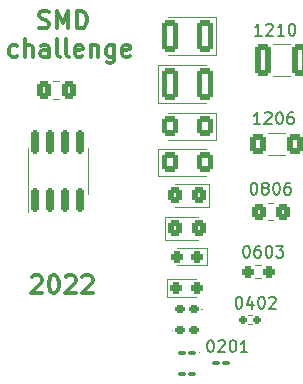
<source format=gto>
G04 #@! TF.GenerationSoftware,KiCad,Pcbnew,(6.0.6)*
G04 #@! TF.CreationDate,2022-07-27T20:36:10+02:00*
G04 #@! TF.ProjectId,smd-challenge,736d642d-6368-4616-9c6c-656e67652e6b,rev?*
G04 #@! TF.SameCoordinates,Original*
G04 #@! TF.FileFunction,Legend,Top*
G04 #@! TF.FilePolarity,Positive*
%FSLAX46Y46*%
G04 Gerber Fmt 4.6, Leading zero omitted, Abs format (unit mm)*
G04 Created by KiCad (PCBNEW (6.0.6)) date 2022-07-27 20:36:10*
%MOMM*%
%LPD*%
G01*
G04 APERTURE LIST*
G04 Aperture macros list*
%AMRoundRect*
0 Rectangle with rounded corners*
0 $1 Rounding radius*
0 $2 $3 $4 $5 $6 $7 $8 $9 X,Y pos of 4 corners*
0 Add a 4 corners polygon primitive as box body*
4,1,4,$2,$3,$4,$5,$6,$7,$8,$9,$2,$3,0*
0 Add four circle primitives for the rounded corners*
1,1,$1+$1,$2,$3*
1,1,$1+$1,$4,$5*
1,1,$1+$1,$6,$7*
1,1,$1+$1,$8,$9*
0 Add four rect primitives between the rounded corners*
20,1,$1+$1,$2,$3,$4,$5,0*
20,1,$1+$1,$4,$5,$6,$7,0*
20,1,$1+$1,$6,$7,$8,$9,0*
20,1,$1+$1,$8,$9,$2,$3,0*%
G04 Aperture macros list end*
%ADD10C,0.300000*%
%ADD11C,0.150000*%
%ADD12C,0.120000*%
%ADD13C,0.100000*%
%ADD14RoundRect,0.250000X-0.350000X-0.450000X0.350000X-0.450000X0.350000X0.450000X-0.350000X0.450000X0*%
%ADD15RoundRect,0.250000X-0.400000X-1.075000X0.400000X-1.075000X0.400000X1.075000X-0.400000X1.075000X0*%
%ADD16RoundRect,0.250001X-0.462499X-1.074999X0.462499X-1.074999X0.462499X1.074999X-0.462499X1.074999X0*%
%ADD17RoundRect,0.250001X0.462499X1.074999X-0.462499X1.074999X-0.462499X-1.074999X0.462499X-1.074999X0*%
%ADD18RoundRect,0.100000X0.217500X0.100000X-0.217500X0.100000X-0.217500X-0.100000X0.217500X-0.100000X0*%
%ADD19RoundRect,0.237500X-0.287500X-0.237500X0.287500X-0.237500X0.287500X0.237500X-0.287500X0.237500X0*%
%ADD20RoundRect,0.150000X0.150000X-0.825000X0.150000X0.825000X-0.150000X0.825000X-0.150000X-0.825000X0*%
%ADD21RoundRect,0.160000X0.222500X0.160000X-0.222500X0.160000X-0.222500X-0.160000X0.222500X-0.160000X0*%
%ADD22RoundRect,0.250000X-0.325000X-0.450000X0.325000X-0.450000X0.325000X0.450000X-0.325000X0.450000X0*%
%ADD23RoundRect,0.250000X-0.337500X-0.475000X0.337500X-0.475000X0.337500X0.475000X-0.337500X0.475000X0*%
%ADD24RoundRect,0.100000X-0.217500X-0.100000X0.217500X-0.100000X0.217500X0.100000X-0.217500X0.100000X0*%
%ADD25C,3.200000*%
%ADD26RoundRect,0.250001X-0.462499X-0.624999X0.462499X-0.624999X0.462499X0.624999X-0.462499X0.624999X0*%
%ADD27RoundRect,0.250000X0.325000X0.450000X-0.325000X0.450000X-0.325000X-0.450000X0.325000X-0.450000X0*%
%ADD28RoundRect,0.250001X0.462499X0.624999X-0.462499X0.624999X-0.462499X-0.624999X0.462499X-0.624999X0*%
%ADD29RoundRect,0.237500X0.287500X0.237500X-0.287500X0.237500X-0.287500X-0.237500X0.287500X-0.237500X0*%
%ADD30RoundRect,0.160000X-0.197500X-0.160000X0.197500X-0.160000X0.197500X0.160000X-0.197500X0.160000X0*%
%ADD31RoundRect,0.160000X-0.222500X-0.160000X0.222500X-0.160000X0.222500X0.160000X-0.222500X0.160000X0*%
%ADD32RoundRect,0.250000X-0.400000X-0.625000X0.400000X-0.625000X0.400000X0.625000X-0.400000X0.625000X0*%
%ADD33RoundRect,0.237500X-0.250000X-0.237500X0.250000X-0.237500X0.250000X0.237500X-0.250000X0.237500X0*%
G04 APERTURE END LIST*
D10*
X110966571Y-128861428D02*
X111038000Y-128790000D01*
X111180857Y-128718571D01*
X111538000Y-128718571D01*
X111680857Y-128790000D01*
X111752285Y-128861428D01*
X111823714Y-129004285D01*
X111823714Y-129147142D01*
X111752285Y-129361428D01*
X110895142Y-130218571D01*
X111823714Y-130218571D01*
X112752285Y-128718571D02*
X112895142Y-128718571D01*
X113038000Y-128790000D01*
X113109428Y-128861428D01*
X113180857Y-129004285D01*
X113252285Y-129290000D01*
X113252285Y-129647142D01*
X113180857Y-129932857D01*
X113109428Y-130075714D01*
X113038000Y-130147142D01*
X112895142Y-130218571D01*
X112752285Y-130218571D01*
X112609428Y-130147142D01*
X112538000Y-130075714D01*
X112466571Y-129932857D01*
X112395142Y-129647142D01*
X112395142Y-129290000D01*
X112466571Y-129004285D01*
X112538000Y-128861428D01*
X112609428Y-128790000D01*
X112752285Y-128718571D01*
X113823714Y-128861428D02*
X113895142Y-128790000D01*
X114038000Y-128718571D01*
X114395142Y-128718571D01*
X114538000Y-128790000D01*
X114609428Y-128861428D01*
X114680857Y-129004285D01*
X114680857Y-129147142D01*
X114609428Y-129361428D01*
X113752285Y-130218571D01*
X114680857Y-130218571D01*
X115252285Y-128861428D02*
X115323714Y-128790000D01*
X115466571Y-128718571D01*
X115823714Y-128718571D01*
X115966571Y-128790000D01*
X116038000Y-128861428D01*
X116109428Y-129004285D01*
X116109428Y-129147142D01*
X116038000Y-129361428D01*
X115180857Y-130218571D01*
X116109428Y-130218571D01*
X111565857Y-107730642D02*
X111780142Y-107802071D01*
X112137285Y-107802071D01*
X112280142Y-107730642D01*
X112351571Y-107659214D01*
X112423000Y-107516357D01*
X112423000Y-107373500D01*
X112351571Y-107230642D01*
X112280142Y-107159214D01*
X112137285Y-107087785D01*
X111851571Y-107016357D01*
X111708714Y-106944928D01*
X111637285Y-106873500D01*
X111565857Y-106730642D01*
X111565857Y-106587785D01*
X111637285Y-106444928D01*
X111708714Y-106373500D01*
X111851571Y-106302071D01*
X112208714Y-106302071D01*
X112423000Y-106373500D01*
X113065857Y-107802071D02*
X113065857Y-106302071D01*
X113565857Y-107373500D01*
X114065857Y-106302071D01*
X114065857Y-107802071D01*
X114780142Y-107802071D02*
X114780142Y-106302071D01*
X115137285Y-106302071D01*
X115351571Y-106373500D01*
X115494428Y-106516357D01*
X115565857Y-106659214D01*
X115637285Y-106944928D01*
X115637285Y-107159214D01*
X115565857Y-107444928D01*
X115494428Y-107587785D01*
X115351571Y-107730642D01*
X115137285Y-107802071D01*
X114780142Y-107802071D01*
X109744428Y-110145642D02*
X109601571Y-110217071D01*
X109315857Y-110217071D01*
X109173000Y-110145642D01*
X109101571Y-110074214D01*
X109030142Y-109931357D01*
X109030142Y-109502785D01*
X109101571Y-109359928D01*
X109173000Y-109288500D01*
X109315857Y-109217071D01*
X109601571Y-109217071D01*
X109744428Y-109288500D01*
X110387285Y-110217071D02*
X110387285Y-108717071D01*
X111030142Y-110217071D02*
X111030142Y-109431357D01*
X110958714Y-109288500D01*
X110815857Y-109217071D01*
X110601571Y-109217071D01*
X110458714Y-109288500D01*
X110387285Y-109359928D01*
X112387285Y-110217071D02*
X112387285Y-109431357D01*
X112315857Y-109288500D01*
X112173000Y-109217071D01*
X111887285Y-109217071D01*
X111744428Y-109288500D01*
X112387285Y-110145642D02*
X112244428Y-110217071D01*
X111887285Y-110217071D01*
X111744428Y-110145642D01*
X111673000Y-110002785D01*
X111673000Y-109859928D01*
X111744428Y-109717071D01*
X111887285Y-109645642D01*
X112244428Y-109645642D01*
X112387285Y-109574214D01*
X113315857Y-110217071D02*
X113173000Y-110145642D01*
X113101571Y-110002785D01*
X113101571Y-108717071D01*
X114101571Y-110217071D02*
X113958714Y-110145642D01*
X113887285Y-110002785D01*
X113887285Y-108717071D01*
X115244428Y-110145642D02*
X115101571Y-110217071D01*
X114815857Y-110217071D01*
X114673000Y-110145642D01*
X114601571Y-110002785D01*
X114601571Y-109431357D01*
X114673000Y-109288500D01*
X114815857Y-109217071D01*
X115101571Y-109217071D01*
X115244428Y-109288500D01*
X115315857Y-109431357D01*
X115315857Y-109574214D01*
X114601571Y-109717071D01*
X115958714Y-109217071D02*
X115958714Y-110217071D01*
X115958714Y-109359928D02*
X116030142Y-109288500D01*
X116173000Y-109217071D01*
X116387285Y-109217071D01*
X116530142Y-109288500D01*
X116601571Y-109431357D01*
X116601571Y-110217071D01*
X117958714Y-109217071D02*
X117958714Y-110431357D01*
X117887285Y-110574214D01*
X117815857Y-110645642D01*
X117673000Y-110717071D01*
X117458714Y-110717071D01*
X117315857Y-110645642D01*
X117958714Y-110145642D02*
X117815857Y-110217071D01*
X117530142Y-110217071D01*
X117387285Y-110145642D01*
X117315857Y-110074214D01*
X117244428Y-109931357D01*
X117244428Y-109502785D01*
X117315857Y-109359928D01*
X117387285Y-109288500D01*
X117530142Y-109217071D01*
X117815857Y-109217071D01*
X117958714Y-109288500D01*
X119244428Y-110145642D02*
X119101571Y-110217071D01*
X118815857Y-110217071D01*
X118673000Y-110145642D01*
X118601571Y-110002785D01*
X118601571Y-109431357D01*
X118673000Y-109288500D01*
X118815857Y-109217071D01*
X119101571Y-109217071D01*
X119244428Y-109288500D01*
X119315857Y-109431357D01*
X119315857Y-109574214D01*
X118601571Y-109717071D01*
D11*
X126031809Y-134199380D02*
X126127047Y-134199380D01*
X126222285Y-134247000D01*
X126269904Y-134294619D01*
X126317523Y-134389857D01*
X126365142Y-134580333D01*
X126365142Y-134818428D01*
X126317523Y-135008904D01*
X126269904Y-135104142D01*
X126222285Y-135151761D01*
X126127047Y-135199380D01*
X126031809Y-135199380D01*
X125936571Y-135151761D01*
X125888952Y-135104142D01*
X125841333Y-135008904D01*
X125793714Y-134818428D01*
X125793714Y-134580333D01*
X125841333Y-134389857D01*
X125888952Y-134294619D01*
X125936571Y-134247000D01*
X126031809Y-134199380D01*
X126746095Y-134294619D02*
X126793714Y-134247000D01*
X126888952Y-134199380D01*
X127127047Y-134199380D01*
X127222285Y-134247000D01*
X127269904Y-134294619D01*
X127317523Y-134389857D01*
X127317523Y-134485095D01*
X127269904Y-134627952D01*
X126698476Y-135199380D01*
X127317523Y-135199380D01*
X127936571Y-134199380D02*
X128031809Y-134199380D01*
X128127047Y-134247000D01*
X128174666Y-134294619D01*
X128222285Y-134389857D01*
X128269904Y-134580333D01*
X128269904Y-134818428D01*
X128222285Y-135008904D01*
X128174666Y-135104142D01*
X128127047Y-135151761D01*
X128031809Y-135199380D01*
X127936571Y-135199380D01*
X127841333Y-135151761D01*
X127793714Y-135104142D01*
X127746095Y-135008904D01*
X127698476Y-134818428D01*
X127698476Y-134580333D01*
X127746095Y-134389857D01*
X127793714Y-134294619D01*
X127841333Y-134247000D01*
X127936571Y-134199380D01*
X129222285Y-135199380D02*
X128650857Y-135199380D01*
X128936571Y-135199380D02*
X128936571Y-134199380D01*
X128841333Y-134342238D01*
X128746095Y-134437476D01*
X128650857Y-134485095D01*
X128444809Y-130516380D02*
X128540047Y-130516380D01*
X128635285Y-130564000D01*
X128682904Y-130611619D01*
X128730523Y-130706857D01*
X128778142Y-130897333D01*
X128778142Y-131135428D01*
X128730523Y-131325904D01*
X128682904Y-131421142D01*
X128635285Y-131468761D01*
X128540047Y-131516380D01*
X128444809Y-131516380D01*
X128349571Y-131468761D01*
X128301952Y-131421142D01*
X128254333Y-131325904D01*
X128206714Y-131135428D01*
X128206714Y-130897333D01*
X128254333Y-130706857D01*
X128301952Y-130611619D01*
X128349571Y-130564000D01*
X128444809Y-130516380D01*
X129635285Y-130849714D02*
X129635285Y-131516380D01*
X129397190Y-130468761D02*
X129159095Y-131183047D01*
X129778142Y-131183047D01*
X130349571Y-130516380D02*
X130444809Y-130516380D01*
X130540047Y-130564000D01*
X130587666Y-130611619D01*
X130635285Y-130706857D01*
X130682904Y-130897333D01*
X130682904Y-131135428D01*
X130635285Y-131325904D01*
X130587666Y-131421142D01*
X130540047Y-131468761D01*
X130444809Y-131516380D01*
X130349571Y-131516380D01*
X130254333Y-131468761D01*
X130206714Y-131421142D01*
X130159095Y-131325904D01*
X130111476Y-131135428D01*
X130111476Y-130897333D01*
X130159095Y-130706857D01*
X130206714Y-130611619D01*
X130254333Y-130564000D01*
X130349571Y-130516380D01*
X131063857Y-130611619D02*
X131111476Y-130564000D01*
X131206714Y-130516380D01*
X131444809Y-130516380D01*
X131540047Y-130564000D01*
X131587666Y-130611619D01*
X131635285Y-130706857D01*
X131635285Y-130802095D01*
X131587666Y-130944952D01*
X131016238Y-131516380D01*
X131635285Y-131516380D01*
X129079809Y-126198380D02*
X129175047Y-126198380D01*
X129270285Y-126246000D01*
X129317904Y-126293619D01*
X129365523Y-126388857D01*
X129413142Y-126579333D01*
X129413142Y-126817428D01*
X129365523Y-127007904D01*
X129317904Y-127103142D01*
X129270285Y-127150761D01*
X129175047Y-127198380D01*
X129079809Y-127198380D01*
X128984571Y-127150761D01*
X128936952Y-127103142D01*
X128889333Y-127007904D01*
X128841714Y-126817428D01*
X128841714Y-126579333D01*
X128889333Y-126388857D01*
X128936952Y-126293619D01*
X128984571Y-126246000D01*
X129079809Y-126198380D01*
X130270285Y-126198380D02*
X130079809Y-126198380D01*
X129984571Y-126246000D01*
X129936952Y-126293619D01*
X129841714Y-126436476D01*
X129794095Y-126626952D01*
X129794095Y-127007904D01*
X129841714Y-127103142D01*
X129889333Y-127150761D01*
X129984571Y-127198380D01*
X130175047Y-127198380D01*
X130270285Y-127150761D01*
X130317904Y-127103142D01*
X130365523Y-127007904D01*
X130365523Y-126769809D01*
X130317904Y-126674571D01*
X130270285Y-126626952D01*
X130175047Y-126579333D01*
X129984571Y-126579333D01*
X129889333Y-126626952D01*
X129841714Y-126674571D01*
X129794095Y-126769809D01*
X130984571Y-126198380D02*
X131079809Y-126198380D01*
X131175047Y-126246000D01*
X131222666Y-126293619D01*
X131270285Y-126388857D01*
X131317904Y-126579333D01*
X131317904Y-126817428D01*
X131270285Y-127007904D01*
X131222666Y-127103142D01*
X131175047Y-127150761D01*
X131079809Y-127198380D01*
X130984571Y-127198380D01*
X130889333Y-127150761D01*
X130841714Y-127103142D01*
X130794095Y-127007904D01*
X130746476Y-126817428D01*
X130746476Y-126579333D01*
X130794095Y-126388857D01*
X130841714Y-126293619D01*
X130889333Y-126246000D01*
X130984571Y-126198380D01*
X131651238Y-126198380D02*
X132270285Y-126198380D01*
X131936952Y-126579333D01*
X132079809Y-126579333D01*
X132175047Y-126626952D01*
X132222666Y-126674571D01*
X132270285Y-126769809D01*
X132270285Y-127007904D01*
X132222666Y-127103142D01*
X132175047Y-127150761D01*
X132079809Y-127198380D01*
X131794095Y-127198380D01*
X131698857Y-127150761D01*
X131651238Y-127103142D01*
X129714809Y-120864380D02*
X129810047Y-120864380D01*
X129905285Y-120912000D01*
X129952904Y-120959619D01*
X130000523Y-121054857D01*
X130048142Y-121245333D01*
X130048142Y-121483428D01*
X130000523Y-121673904D01*
X129952904Y-121769142D01*
X129905285Y-121816761D01*
X129810047Y-121864380D01*
X129714809Y-121864380D01*
X129619571Y-121816761D01*
X129571952Y-121769142D01*
X129524333Y-121673904D01*
X129476714Y-121483428D01*
X129476714Y-121245333D01*
X129524333Y-121054857D01*
X129571952Y-120959619D01*
X129619571Y-120912000D01*
X129714809Y-120864380D01*
X130619571Y-121292952D02*
X130524333Y-121245333D01*
X130476714Y-121197714D01*
X130429095Y-121102476D01*
X130429095Y-121054857D01*
X130476714Y-120959619D01*
X130524333Y-120912000D01*
X130619571Y-120864380D01*
X130810047Y-120864380D01*
X130905285Y-120912000D01*
X130952904Y-120959619D01*
X131000523Y-121054857D01*
X131000523Y-121102476D01*
X130952904Y-121197714D01*
X130905285Y-121245333D01*
X130810047Y-121292952D01*
X130619571Y-121292952D01*
X130524333Y-121340571D01*
X130476714Y-121388190D01*
X130429095Y-121483428D01*
X130429095Y-121673904D01*
X130476714Y-121769142D01*
X130524333Y-121816761D01*
X130619571Y-121864380D01*
X130810047Y-121864380D01*
X130905285Y-121816761D01*
X130952904Y-121769142D01*
X131000523Y-121673904D01*
X131000523Y-121483428D01*
X130952904Y-121388190D01*
X130905285Y-121340571D01*
X130810047Y-121292952D01*
X131619571Y-120864380D02*
X131714809Y-120864380D01*
X131810047Y-120912000D01*
X131857666Y-120959619D01*
X131905285Y-121054857D01*
X131952904Y-121245333D01*
X131952904Y-121483428D01*
X131905285Y-121673904D01*
X131857666Y-121769142D01*
X131810047Y-121816761D01*
X131714809Y-121864380D01*
X131619571Y-121864380D01*
X131524333Y-121816761D01*
X131476714Y-121769142D01*
X131429095Y-121673904D01*
X131381476Y-121483428D01*
X131381476Y-121245333D01*
X131429095Y-121054857D01*
X131476714Y-120959619D01*
X131524333Y-120912000D01*
X131619571Y-120864380D01*
X132810047Y-120864380D02*
X132619571Y-120864380D01*
X132524333Y-120912000D01*
X132476714Y-120959619D01*
X132381476Y-121102476D01*
X132333857Y-121292952D01*
X132333857Y-121673904D01*
X132381476Y-121769142D01*
X132429095Y-121816761D01*
X132524333Y-121864380D01*
X132714809Y-121864380D01*
X132810047Y-121816761D01*
X132857666Y-121769142D01*
X132905285Y-121673904D01*
X132905285Y-121435809D01*
X132857666Y-121340571D01*
X132810047Y-121292952D01*
X132714809Y-121245333D01*
X132524333Y-121245333D01*
X132429095Y-121292952D01*
X132381476Y-121340571D01*
X132333857Y-121435809D01*
X130302142Y-115895380D02*
X129730714Y-115895380D01*
X130016428Y-115895380D02*
X130016428Y-114895380D01*
X129921190Y-115038238D01*
X129825952Y-115133476D01*
X129730714Y-115181095D01*
X130683095Y-114990619D02*
X130730714Y-114943000D01*
X130825952Y-114895380D01*
X131064047Y-114895380D01*
X131159285Y-114943000D01*
X131206904Y-114990619D01*
X131254523Y-115085857D01*
X131254523Y-115181095D01*
X131206904Y-115323952D01*
X130635476Y-115895380D01*
X131254523Y-115895380D01*
X131873571Y-114895380D02*
X131968809Y-114895380D01*
X132064047Y-114943000D01*
X132111666Y-114990619D01*
X132159285Y-115085857D01*
X132206904Y-115276333D01*
X132206904Y-115514428D01*
X132159285Y-115704904D01*
X132111666Y-115800142D01*
X132064047Y-115847761D01*
X131968809Y-115895380D01*
X131873571Y-115895380D01*
X131778333Y-115847761D01*
X131730714Y-115800142D01*
X131683095Y-115704904D01*
X131635476Y-115514428D01*
X131635476Y-115276333D01*
X131683095Y-115085857D01*
X131730714Y-114990619D01*
X131778333Y-114943000D01*
X131873571Y-114895380D01*
X133064047Y-114895380D02*
X132873571Y-114895380D01*
X132778333Y-114943000D01*
X132730714Y-114990619D01*
X132635476Y-115133476D01*
X132587857Y-115323952D01*
X132587857Y-115704904D01*
X132635476Y-115800142D01*
X132683095Y-115847761D01*
X132778333Y-115895380D01*
X132968809Y-115895380D01*
X133064047Y-115847761D01*
X133111666Y-115800142D01*
X133159285Y-115704904D01*
X133159285Y-115466809D01*
X133111666Y-115371571D01*
X133064047Y-115323952D01*
X132968809Y-115276333D01*
X132778333Y-115276333D01*
X132683095Y-115323952D01*
X132635476Y-115371571D01*
X132587857Y-115466809D01*
X130429142Y-108402380D02*
X129857714Y-108402380D01*
X130143428Y-108402380D02*
X130143428Y-107402380D01*
X130048190Y-107545238D01*
X129952952Y-107640476D01*
X129857714Y-107688095D01*
X130810095Y-107497619D02*
X130857714Y-107450000D01*
X130952952Y-107402380D01*
X131191047Y-107402380D01*
X131286285Y-107450000D01*
X131333904Y-107497619D01*
X131381523Y-107592857D01*
X131381523Y-107688095D01*
X131333904Y-107830952D01*
X130762476Y-108402380D01*
X131381523Y-108402380D01*
X132333904Y-108402380D02*
X131762476Y-108402380D01*
X132048190Y-108402380D02*
X132048190Y-107402380D01*
X131952952Y-107545238D01*
X131857714Y-107640476D01*
X131762476Y-107688095D01*
X132952952Y-107402380D02*
X133048190Y-107402380D01*
X133143428Y-107450000D01*
X133191047Y-107497619D01*
X133238666Y-107592857D01*
X133286285Y-107783333D01*
X133286285Y-108021428D01*
X133238666Y-108211904D01*
X133191047Y-108307142D01*
X133143428Y-108354761D01*
X133048190Y-108402380D01*
X132952952Y-108402380D01*
X132857714Y-108354761D01*
X132810095Y-108307142D01*
X132762476Y-108211904D01*
X132714857Y-108021428D01*
X132714857Y-107783333D01*
X132762476Y-107592857D01*
X132810095Y-107497619D01*
X132857714Y-107450000D01*
X132952952Y-107402380D01*
D12*
X130963936Y-122582000D02*
X131418064Y-122582000D01*
X130963936Y-124052000D02*
X131418064Y-124052000D01*
X131356263Y-111845000D02*
X132803737Y-111845000D01*
X131356263Y-109135000D02*
X132803737Y-109135000D01*
X121655500Y-110937000D02*
X121655500Y-114107000D01*
X121655500Y-114107000D02*
X125715500Y-114107000D01*
X125715500Y-110937000D02*
X121655500Y-110937000D01*
X126575500Y-110043000D02*
X126575500Y-106873000D01*
X126575500Y-106873000D02*
X122515500Y-106873000D01*
X122515500Y-110043000D02*
X126575500Y-110043000D01*
D13*
X125163300Y-135255000D02*
G75*
G03*
X125163300Y-135255000I-50000J0D01*
G01*
D12*
X122419000Y-129059000D02*
X122419000Y-130529000D01*
X124879000Y-129059000D02*
X122419000Y-129059000D01*
X122419000Y-130529000D02*
X124879000Y-130529000D01*
X110597000Y-119888000D02*
X110597000Y-123338000D01*
X115717000Y-119888000D02*
X115717000Y-117938000D01*
X115717000Y-119888000D02*
X115717000Y-121838000D01*
X110597000Y-119888000D02*
X110597000Y-117938000D01*
D13*
X125408000Y-131572000D02*
G75*
G03*
X125408000Y-131572000I-50000J0D01*
G01*
D12*
X125070000Y-123754000D02*
X122210000Y-123754000D01*
X122210000Y-123754000D02*
X122210000Y-125674000D01*
X122210000Y-125674000D02*
X125070000Y-125674000D01*
X112768748Y-112295000D02*
X113291252Y-112295000D01*
X112768748Y-113765000D02*
X113291252Y-113765000D01*
X121655500Y-120261000D02*
X125715500Y-120261000D01*
X121655500Y-117991000D02*
X121655500Y-120261000D01*
X125715500Y-117991000D02*
X121655500Y-117991000D01*
X125930000Y-122880000D02*
X125930000Y-120960000D01*
X125930000Y-120960000D02*
X123070000Y-120960000D01*
X123070000Y-122880000D02*
X125930000Y-122880000D01*
X126575500Y-117213000D02*
X126575500Y-114943000D01*
X122515500Y-117213000D02*
X126575500Y-117213000D01*
X126575500Y-114943000D02*
X122515500Y-114943000D01*
X125753000Y-127862000D02*
X125753000Y-126392000D01*
X123293000Y-127862000D02*
X125753000Y-127862000D01*
X125753000Y-126392000D02*
X123293000Y-126392000D01*
X129282879Y-132081000D02*
X129618121Y-132081000D01*
X129282879Y-132841000D02*
X129618121Y-132841000D01*
D13*
X122875700Y-133350000D02*
G75*
G03*
X122875700Y-133350000I-50000J0D01*
G01*
X123093300Y-137033000D02*
G75*
G03*
X123093300Y-137033000I-50000J0D01*
G01*
D12*
X130971936Y-116692000D02*
X132426064Y-116692000D01*
X130971936Y-118512000D02*
X132426064Y-118512000D01*
X129896776Y-128919500D02*
X130406224Y-128919500D01*
X129896776Y-127874500D02*
X130406224Y-127874500D01*
%LPC*%
D14*
X130191000Y-123317000D03*
X132191000Y-123317000D03*
D15*
X130530000Y-110490000D03*
X133630000Y-110490000D03*
D16*
X122628000Y-112522000D03*
X125603000Y-112522000D03*
D17*
X125603000Y-108458000D03*
X122628000Y-108458000D03*
D18*
X124485800Y-135255000D03*
X123670800Y-135255000D03*
D19*
X123204000Y-129794000D03*
X124954000Y-129794000D03*
D20*
X111252000Y-122363000D03*
X112522000Y-122363000D03*
X113792000Y-122363000D03*
X115062000Y-122363000D03*
X115062000Y-117413000D03*
X113792000Y-117413000D03*
X112522000Y-117413000D03*
X111252000Y-117413000D03*
D21*
X123520500Y-131572000D03*
X124665500Y-131572000D03*
D22*
X123045000Y-124714000D03*
X125095000Y-124714000D03*
D23*
X111992500Y-113030000D03*
X114067500Y-113030000D03*
D24*
X127381000Y-136144000D03*
X126566000Y-136144000D03*
D25*
X124104400Y-103632000D03*
D26*
X122628000Y-119126000D03*
X125603000Y-119126000D03*
D27*
X125095000Y-121920000D03*
X123045000Y-121920000D03*
D28*
X122628000Y-116078000D03*
X125603000Y-116078000D03*
D29*
X124968000Y-127127000D03*
X123218000Y-127127000D03*
D30*
X128853000Y-132461000D03*
X130048000Y-132461000D03*
D31*
X123518200Y-133350000D03*
X124663200Y-133350000D03*
D24*
X123670800Y-137033000D03*
X124485800Y-137033000D03*
D32*
X130149000Y-117602000D03*
X133249000Y-117602000D03*
D33*
X129239000Y-128397000D03*
X131064000Y-128397000D03*
M02*

</source>
